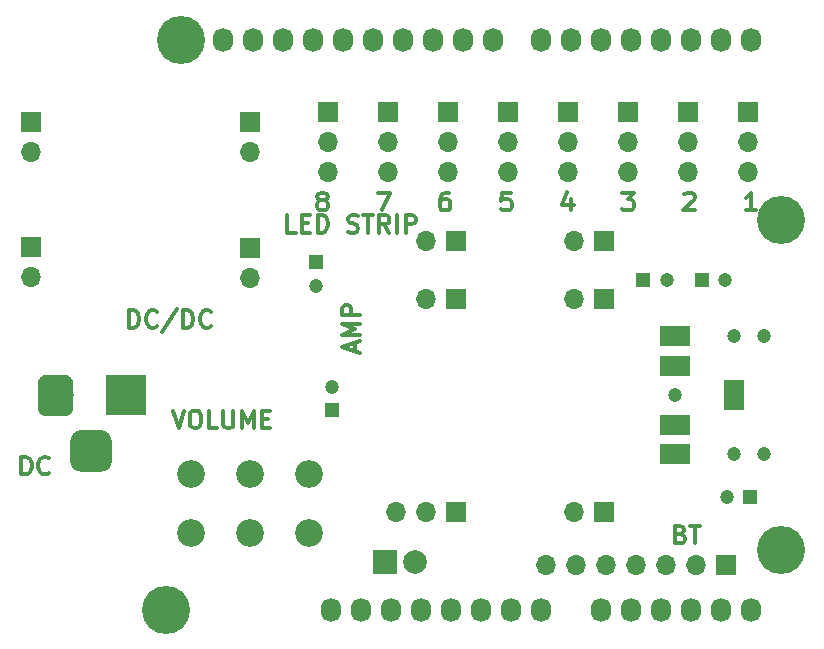
<source format=gbr>
G04 #@! TF.GenerationSoftware,KiCad,Pcbnew,(5.1.2-1)-1*
G04 #@! TF.CreationDate,2019-07-31T09:11:47+08:00*
G04 #@! TF.ProjectId,arduino_fft_led,61726475-696e-46f5-9f66-66745f6c6564,rev?*
G04 #@! TF.SameCoordinates,Original*
G04 #@! TF.FileFunction,Soldermask,Top*
G04 #@! TF.FilePolarity,Negative*
%FSLAX46Y46*%
G04 Gerber Fmt 4.6, Leading zero omitted, Abs format (unit mm)*
G04 Created by KiCad (PCBNEW (5.1.2-1)-1) date 2019-07-31 09:11:47*
%MOMM*%
%LPD*%
G04 APERTURE LIST*
%ADD10C,0.300000*%
%ADD11O,1.727200X2.032000*%
%ADD12C,4.064000*%
%ADD13R,3.500000X3.500000*%
%ADD14C,0.100000*%
%ADD15C,3.000000*%
%ADD16C,3.500000*%
%ADD17R,2.500000X1.800000*%
%ADD18R,1.800000X2.500000*%
%ADD19C,1.200000*%
%ADD20R,1.700000X1.700000*%
%ADD21O,1.700000X1.700000*%
%ADD22C,2.000000*%
%ADD23R,2.000000X2.000000*%
%ADD24R,1.200000X1.200000*%
%ADD25C,2.340000*%
G04 APERTURE END LIST*
D10*
X140966000Y-101964085D02*
X140966000Y-101249800D01*
X141394571Y-102106942D02*
X139894571Y-101606942D01*
X141394571Y-101106942D01*
X141394571Y-100606942D02*
X139894571Y-100606942D01*
X140966000Y-100106942D01*
X139894571Y-99606942D01*
X141394571Y-99606942D01*
X141394571Y-98892657D02*
X139894571Y-98892657D01*
X139894571Y-98321228D01*
X139966000Y-98178371D01*
X140037428Y-98106942D01*
X140180285Y-98035514D01*
X140394571Y-98035514D01*
X140537428Y-98106942D01*
X140608857Y-98178371D01*
X140680285Y-98321228D01*
X140680285Y-98892657D01*
X168547314Y-117444057D02*
X168761600Y-117515485D01*
X168833028Y-117586914D01*
X168904457Y-117729771D01*
X168904457Y-117944057D01*
X168833028Y-118086914D01*
X168761600Y-118158342D01*
X168618742Y-118229771D01*
X168047314Y-118229771D01*
X168047314Y-116729771D01*
X168547314Y-116729771D01*
X168690171Y-116801200D01*
X168761600Y-116872628D01*
X168833028Y-117015485D01*
X168833028Y-117158342D01*
X168761600Y-117301200D01*
X168690171Y-117372628D01*
X168547314Y-117444057D01*
X168047314Y-117444057D01*
X169333028Y-116729771D02*
X170190171Y-116729771D01*
X169761600Y-118229771D02*
X169761600Y-116729771D01*
X125554314Y-106976171D02*
X126054314Y-108476171D01*
X126554314Y-106976171D01*
X127340028Y-106976171D02*
X127625742Y-106976171D01*
X127768600Y-107047600D01*
X127911457Y-107190457D01*
X127982885Y-107476171D01*
X127982885Y-107976171D01*
X127911457Y-108261885D01*
X127768600Y-108404742D01*
X127625742Y-108476171D01*
X127340028Y-108476171D01*
X127197171Y-108404742D01*
X127054314Y-108261885D01*
X126982885Y-107976171D01*
X126982885Y-107476171D01*
X127054314Y-107190457D01*
X127197171Y-107047600D01*
X127340028Y-106976171D01*
X129340028Y-108476171D02*
X128625742Y-108476171D01*
X128625742Y-106976171D01*
X129840028Y-106976171D02*
X129840028Y-108190457D01*
X129911457Y-108333314D01*
X129982885Y-108404742D01*
X130125742Y-108476171D01*
X130411457Y-108476171D01*
X130554314Y-108404742D01*
X130625742Y-108333314D01*
X130697171Y-108190457D01*
X130697171Y-106976171D01*
X131411457Y-108476171D02*
X131411457Y-106976171D01*
X131911457Y-108047600D01*
X132411457Y-106976171D01*
X132411457Y-108476171D01*
X133125742Y-107690457D02*
X133625742Y-107690457D01*
X133840028Y-108476171D02*
X133125742Y-108476171D01*
X133125742Y-106976171D01*
X133840028Y-106976171D01*
X121869628Y-99967171D02*
X121869628Y-98467171D01*
X122226771Y-98467171D01*
X122441057Y-98538600D01*
X122583914Y-98681457D01*
X122655342Y-98824314D01*
X122726771Y-99110028D01*
X122726771Y-99324314D01*
X122655342Y-99610028D01*
X122583914Y-99752885D01*
X122441057Y-99895742D01*
X122226771Y-99967171D01*
X121869628Y-99967171D01*
X124226771Y-99824314D02*
X124155342Y-99895742D01*
X123941057Y-99967171D01*
X123798200Y-99967171D01*
X123583914Y-99895742D01*
X123441057Y-99752885D01*
X123369628Y-99610028D01*
X123298200Y-99324314D01*
X123298200Y-99110028D01*
X123369628Y-98824314D01*
X123441057Y-98681457D01*
X123583914Y-98538600D01*
X123798200Y-98467171D01*
X123941057Y-98467171D01*
X124155342Y-98538600D01*
X124226771Y-98610028D01*
X125941057Y-98395742D02*
X124655342Y-100324314D01*
X126441057Y-99967171D02*
X126441057Y-98467171D01*
X126798200Y-98467171D01*
X127012485Y-98538600D01*
X127155342Y-98681457D01*
X127226771Y-98824314D01*
X127298200Y-99110028D01*
X127298200Y-99324314D01*
X127226771Y-99610028D01*
X127155342Y-99752885D01*
X127012485Y-99895742D01*
X126798200Y-99967171D01*
X126441057Y-99967171D01*
X128798200Y-99824314D02*
X128726771Y-99895742D01*
X128512485Y-99967171D01*
X128369628Y-99967171D01*
X128155342Y-99895742D01*
X128012485Y-99752885D01*
X127941057Y-99610028D01*
X127869628Y-99324314D01*
X127869628Y-99110028D01*
X127941057Y-98824314D01*
X128012485Y-98681457D01*
X128155342Y-98538600D01*
X128369628Y-98467171D01*
X128512485Y-98467171D01*
X128726771Y-98538600D01*
X128798200Y-98610028D01*
X112750742Y-112387771D02*
X112750742Y-110887771D01*
X113107885Y-110887771D01*
X113322171Y-110959200D01*
X113465028Y-111102057D01*
X113536457Y-111244914D01*
X113607885Y-111530628D01*
X113607885Y-111744914D01*
X113536457Y-112030628D01*
X113465028Y-112173485D01*
X113322171Y-112316342D01*
X113107885Y-112387771D01*
X112750742Y-112387771D01*
X115107885Y-112244914D02*
X115036457Y-112316342D01*
X114822171Y-112387771D01*
X114679314Y-112387771D01*
X114465028Y-112316342D01*
X114322171Y-112173485D01*
X114250742Y-112030628D01*
X114179314Y-111744914D01*
X114179314Y-111530628D01*
X114250742Y-111244914D01*
X114322171Y-111102057D01*
X114465028Y-110959200D01*
X114679314Y-110887771D01*
X114822171Y-110887771D01*
X115036457Y-110959200D01*
X115107885Y-111030628D01*
X138102085Y-89178628D02*
X137949704Y-89107200D01*
X137873514Y-89035771D01*
X137797323Y-88892914D01*
X137797323Y-88821485D01*
X137873514Y-88678628D01*
X137949704Y-88607200D01*
X138102085Y-88535771D01*
X138406847Y-88535771D01*
X138559228Y-88607200D01*
X138635419Y-88678628D01*
X138711609Y-88821485D01*
X138711609Y-88892914D01*
X138635419Y-89035771D01*
X138559228Y-89107200D01*
X138406847Y-89178628D01*
X138102085Y-89178628D01*
X137949704Y-89250057D01*
X137873514Y-89321485D01*
X137797323Y-89464342D01*
X137797323Y-89750057D01*
X137873514Y-89892914D01*
X137949704Y-89964342D01*
X138102085Y-90035771D01*
X138406847Y-90035771D01*
X138559228Y-89964342D01*
X138635419Y-89892914D01*
X138711609Y-89750057D01*
X138711609Y-89464342D01*
X138635419Y-89321485D01*
X138559228Y-89250057D01*
X138406847Y-89178628D01*
X142902085Y-88535771D02*
X143968752Y-88535771D01*
X143283038Y-90035771D01*
X148921133Y-88535771D02*
X148616371Y-88535771D01*
X148463990Y-88607200D01*
X148387800Y-88678628D01*
X148235419Y-88892914D01*
X148159228Y-89178628D01*
X148159228Y-89750057D01*
X148235419Y-89892914D01*
X148311609Y-89964342D01*
X148463990Y-90035771D01*
X148768752Y-90035771D01*
X148921133Y-89964342D01*
X148997323Y-89892914D01*
X149073514Y-89750057D01*
X149073514Y-89392914D01*
X148997323Y-89250057D01*
X148921133Y-89178628D01*
X148768752Y-89107200D01*
X148463990Y-89107200D01*
X148311609Y-89178628D01*
X148235419Y-89250057D01*
X148159228Y-89392914D01*
X154178276Y-88535771D02*
X153416371Y-88535771D01*
X153340180Y-89250057D01*
X153416371Y-89178628D01*
X153568752Y-89107200D01*
X153949704Y-89107200D01*
X154102085Y-89178628D01*
X154178276Y-89250057D01*
X154254466Y-89392914D01*
X154254466Y-89750057D01*
X154178276Y-89892914D01*
X154102085Y-89964342D01*
X153949704Y-90035771D01*
X153568752Y-90035771D01*
X153416371Y-89964342D01*
X153340180Y-89892914D01*
X159283038Y-89035771D02*
X159283038Y-90035771D01*
X158902085Y-88464342D02*
X158521133Y-89535771D01*
X159511609Y-89535771D01*
X163625895Y-88535771D02*
X164616371Y-88535771D01*
X164083038Y-89107200D01*
X164311609Y-89107200D01*
X164463990Y-89178628D01*
X164540180Y-89250057D01*
X164616371Y-89392914D01*
X164616371Y-89750057D01*
X164540180Y-89892914D01*
X164463990Y-89964342D01*
X164311609Y-90035771D01*
X163854466Y-90035771D01*
X163702085Y-89964342D01*
X163625895Y-89892914D01*
X168883038Y-88678628D02*
X168959228Y-88607200D01*
X169111609Y-88535771D01*
X169492561Y-88535771D01*
X169644942Y-88607200D01*
X169721133Y-88678628D01*
X169797323Y-88821485D01*
X169797323Y-88964342D01*
X169721133Y-89178628D01*
X168806847Y-90035771D01*
X169797323Y-90035771D01*
X174978276Y-90035771D02*
X174063990Y-90035771D01*
X174521133Y-90035771D02*
X174521133Y-88535771D01*
X174368752Y-88750057D01*
X174216371Y-88892914D01*
X174063990Y-88964342D01*
X135986628Y-91915371D02*
X135272342Y-91915371D01*
X135272342Y-90415371D01*
X136486628Y-91129657D02*
X136986628Y-91129657D01*
X137200914Y-91915371D02*
X136486628Y-91915371D01*
X136486628Y-90415371D01*
X137200914Y-90415371D01*
X137843771Y-91915371D02*
X137843771Y-90415371D01*
X138200914Y-90415371D01*
X138415200Y-90486800D01*
X138558057Y-90629657D01*
X138629485Y-90772514D01*
X138700914Y-91058228D01*
X138700914Y-91272514D01*
X138629485Y-91558228D01*
X138558057Y-91701085D01*
X138415200Y-91843942D01*
X138200914Y-91915371D01*
X137843771Y-91915371D01*
X140415200Y-91843942D02*
X140629485Y-91915371D01*
X140986628Y-91915371D01*
X141129485Y-91843942D01*
X141200914Y-91772514D01*
X141272342Y-91629657D01*
X141272342Y-91486800D01*
X141200914Y-91343942D01*
X141129485Y-91272514D01*
X140986628Y-91201085D01*
X140700914Y-91129657D01*
X140558057Y-91058228D01*
X140486628Y-90986800D01*
X140415200Y-90843942D01*
X140415200Y-90701085D01*
X140486628Y-90558228D01*
X140558057Y-90486800D01*
X140700914Y-90415371D01*
X141058057Y-90415371D01*
X141272342Y-90486800D01*
X141700914Y-90415371D02*
X142558057Y-90415371D01*
X142129485Y-91915371D02*
X142129485Y-90415371D01*
X143915200Y-91915371D02*
X143415200Y-91201085D01*
X143058057Y-91915371D02*
X143058057Y-90415371D01*
X143629485Y-90415371D01*
X143772342Y-90486800D01*
X143843771Y-90558228D01*
X143915200Y-90701085D01*
X143915200Y-90915371D01*
X143843771Y-91058228D01*
X143772342Y-91129657D01*
X143629485Y-91201085D01*
X143058057Y-91201085D01*
X144558057Y-91915371D02*
X144558057Y-90415371D01*
X145272342Y-91915371D02*
X145272342Y-90415371D01*
X145843771Y-90415371D01*
X145986628Y-90486800D01*
X146058057Y-90558228D01*
X146129485Y-90701085D01*
X146129485Y-90915371D01*
X146058057Y-91058228D01*
X145986628Y-91129657D01*
X145843771Y-91201085D01*
X145272342Y-91201085D01*
D11*
X138938000Y-123825000D03*
X141478000Y-123825000D03*
X144018000Y-123825000D03*
X146558000Y-123825000D03*
X149098000Y-123825000D03*
X151638000Y-123825000D03*
X154178000Y-123825000D03*
X156718000Y-123825000D03*
X161798000Y-123825000D03*
X164338000Y-123825000D03*
X166878000Y-123825000D03*
X169418000Y-123825000D03*
X171958000Y-123825000D03*
X174498000Y-123825000D03*
X129794000Y-75565000D03*
X132334000Y-75565000D03*
X134874000Y-75565000D03*
X137414000Y-75565000D03*
X139954000Y-75565000D03*
X142494000Y-75565000D03*
X145034000Y-75565000D03*
X147574000Y-75565000D03*
X150114000Y-75565000D03*
X152654000Y-75565000D03*
X156718000Y-75565000D03*
X159258000Y-75565000D03*
X161798000Y-75565000D03*
X164338000Y-75565000D03*
X166878000Y-75565000D03*
X169418000Y-75565000D03*
X171958000Y-75565000D03*
X174498000Y-75565000D03*
D12*
X124968000Y-123825000D03*
X177038000Y-118745000D03*
X126238000Y-75565000D03*
X177038000Y-90805000D03*
D13*
X121640600Y-105689400D03*
D14*
G36*
X116464113Y-103943011D02*
G01*
X116536918Y-103953811D01*
X116608314Y-103971695D01*
X116677613Y-103996490D01*
X116744148Y-104027959D01*
X116807278Y-104065798D01*
X116866395Y-104109642D01*
X116920930Y-104159070D01*
X116970358Y-104213605D01*
X117014202Y-104272722D01*
X117052041Y-104335852D01*
X117083510Y-104402387D01*
X117108305Y-104471686D01*
X117126189Y-104543082D01*
X117136989Y-104615887D01*
X117140600Y-104689400D01*
X117140600Y-106689400D01*
X117136989Y-106762913D01*
X117126189Y-106835718D01*
X117108305Y-106907114D01*
X117083510Y-106976413D01*
X117052041Y-107042948D01*
X117014202Y-107106078D01*
X116970358Y-107165195D01*
X116920930Y-107219730D01*
X116866395Y-107269158D01*
X116807278Y-107313002D01*
X116744148Y-107350841D01*
X116677613Y-107382310D01*
X116608314Y-107407105D01*
X116536918Y-107424989D01*
X116464113Y-107435789D01*
X116390600Y-107439400D01*
X114890600Y-107439400D01*
X114817087Y-107435789D01*
X114744282Y-107424989D01*
X114672886Y-107407105D01*
X114603587Y-107382310D01*
X114537052Y-107350841D01*
X114473922Y-107313002D01*
X114414805Y-107269158D01*
X114360270Y-107219730D01*
X114310842Y-107165195D01*
X114266998Y-107106078D01*
X114229159Y-107042948D01*
X114197690Y-106976413D01*
X114172895Y-106907114D01*
X114155011Y-106835718D01*
X114144211Y-106762913D01*
X114140600Y-106689400D01*
X114140600Y-104689400D01*
X114144211Y-104615887D01*
X114155011Y-104543082D01*
X114172895Y-104471686D01*
X114197690Y-104402387D01*
X114229159Y-104335852D01*
X114266998Y-104272722D01*
X114310842Y-104213605D01*
X114360270Y-104159070D01*
X114414805Y-104109642D01*
X114473922Y-104065798D01*
X114537052Y-104027959D01*
X114603587Y-103996490D01*
X114672886Y-103971695D01*
X114744282Y-103953811D01*
X114817087Y-103943011D01*
X114890600Y-103939400D01*
X116390600Y-103939400D01*
X116464113Y-103943011D01*
X116464113Y-103943011D01*
G37*
D15*
X115640600Y-105689400D03*
D14*
G36*
X119601365Y-108643613D02*
G01*
X119686304Y-108656213D01*
X119769599Y-108677077D01*
X119850448Y-108706005D01*
X119928072Y-108742719D01*
X120001724Y-108786864D01*
X120070694Y-108838016D01*
X120134318Y-108895682D01*
X120191984Y-108959306D01*
X120243136Y-109028276D01*
X120287281Y-109101928D01*
X120323995Y-109179552D01*
X120352923Y-109260401D01*
X120373787Y-109343696D01*
X120386387Y-109428635D01*
X120390600Y-109514400D01*
X120390600Y-111264400D01*
X120386387Y-111350165D01*
X120373787Y-111435104D01*
X120352923Y-111518399D01*
X120323995Y-111599248D01*
X120287281Y-111676872D01*
X120243136Y-111750524D01*
X120191984Y-111819494D01*
X120134318Y-111883118D01*
X120070694Y-111940784D01*
X120001724Y-111991936D01*
X119928072Y-112036081D01*
X119850448Y-112072795D01*
X119769599Y-112101723D01*
X119686304Y-112122587D01*
X119601365Y-112135187D01*
X119515600Y-112139400D01*
X117765600Y-112139400D01*
X117679835Y-112135187D01*
X117594896Y-112122587D01*
X117511601Y-112101723D01*
X117430752Y-112072795D01*
X117353128Y-112036081D01*
X117279476Y-111991936D01*
X117210506Y-111940784D01*
X117146882Y-111883118D01*
X117089216Y-111819494D01*
X117038064Y-111750524D01*
X116993919Y-111676872D01*
X116957205Y-111599248D01*
X116928277Y-111518399D01*
X116907413Y-111435104D01*
X116894813Y-111350165D01*
X116890600Y-111264400D01*
X116890600Y-109514400D01*
X116894813Y-109428635D01*
X116907413Y-109343696D01*
X116928277Y-109260401D01*
X116957205Y-109179552D01*
X116993919Y-109101928D01*
X117038064Y-109028276D01*
X117089216Y-108959306D01*
X117146882Y-108895682D01*
X117210506Y-108838016D01*
X117279476Y-108786864D01*
X117353128Y-108742719D01*
X117430752Y-108706005D01*
X117511601Y-108677077D01*
X117594896Y-108656213D01*
X117679835Y-108643613D01*
X117765600Y-108639400D01*
X119515600Y-108639400D01*
X119601365Y-108643613D01*
X119601365Y-108643613D01*
G37*
D16*
X118640600Y-110389400D03*
D17*
X168122600Y-108189400D03*
X168122600Y-103189400D03*
X168122600Y-110689400D03*
X168122600Y-100689400D03*
D18*
X173122600Y-105689400D03*
D19*
X168122600Y-105689400D03*
X173122600Y-110689400D03*
X175622600Y-110689400D03*
X173122600Y-100689400D03*
X175622600Y-100689400D03*
D20*
X138709400Y-81686400D03*
D21*
X138709400Y-84226400D03*
X138709400Y-86766400D03*
X143789400Y-86766400D03*
X143789400Y-84226400D03*
D20*
X143789400Y-81686400D03*
X148869400Y-81686400D03*
D21*
X148869400Y-84226400D03*
X148869400Y-86766400D03*
X153949400Y-86766400D03*
X153949400Y-84226400D03*
D20*
X153949400Y-81686400D03*
X159029400Y-81686400D03*
D21*
X159029400Y-84226400D03*
X159029400Y-86766400D03*
X164109400Y-86766400D03*
X164109400Y-84226400D03*
D20*
X164109400Y-81686400D03*
X169189400Y-81686400D03*
D21*
X169189400Y-84226400D03*
X169189400Y-86766400D03*
X174269400Y-86766400D03*
X174269400Y-84226400D03*
D20*
X174269400Y-81686400D03*
D22*
X146075400Y-119786400D03*
D23*
X143535400Y-119786400D03*
D19*
X167379400Y-95961200D03*
D24*
X165379400Y-95961200D03*
X170332400Y-95961200D03*
D19*
X172332400Y-95961200D03*
D24*
X174472600Y-114300000D03*
D19*
X172472600Y-114300000D03*
D24*
X137718800Y-94411800D03*
D19*
X137718800Y-96411800D03*
X139065000Y-104959400D03*
D24*
X139065000Y-106959400D03*
D25*
X137101600Y-117373400D03*
X132101600Y-117373400D03*
X127101600Y-117373400D03*
X137101600Y-112373400D03*
X132101600Y-112373400D03*
X127101600Y-112373400D03*
D21*
X113563400Y-95707200D03*
D20*
X113563400Y-93167200D03*
X113588800Y-82524600D03*
D21*
X113588800Y-85064600D03*
D20*
X132130800Y-93192600D03*
D21*
X132130800Y-95732600D03*
X132080000Y-85090000D03*
D20*
X132080000Y-82550000D03*
D21*
X159512000Y-92659200D03*
D20*
X162052000Y-92659200D03*
X149504400Y-92659200D03*
D21*
X146964400Y-92659200D03*
D20*
X162077400Y-97561400D03*
D21*
X159537400Y-97561400D03*
X146964400Y-97561400D03*
D20*
X149504400Y-97561400D03*
D21*
X159512000Y-115544600D03*
D20*
X162052000Y-115544600D03*
X172440600Y-120015000D03*
D21*
X169900600Y-120015000D03*
X167360600Y-120015000D03*
X164820600Y-120015000D03*
X162280600Y-120015000D03*
X159740600Y-120015000D03*
X157200600Y-120015000D03*
D20*
X149504400Y-115570000D03*
D21*
X146964400Y-115570000D03*
X144424400Y-115570000D03*
M02*

</source>
